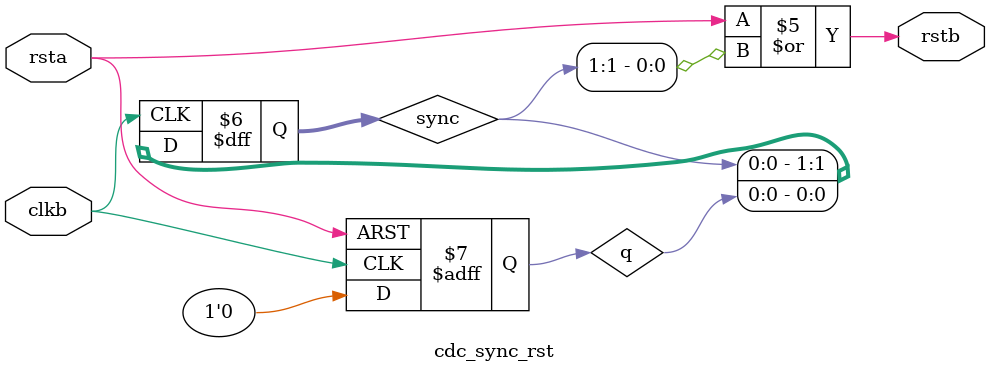
<source format=v>

`timescale 1 ns/100 ps

module cdc_sync_rst (
  input  wire rsta,
  input  wire clkb,
  output wire rstb
);

wire rstn = ~rsta ;
reg q ;
reg [1:0] sync ;

always @(posedge clkb or negedge rstn) begin
  if (!rstn)
    q <= 1'b1 ;
  else
    q <= 1'b0 ;
end

always @(posedge clkb) begin
  sync <= {sync[0],q};
end


assign rstb = rsta | sync[1] ;

endmodule
</source>
